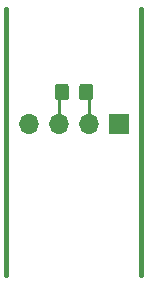
<source format=gtl>
%TF.GenerationSoftware,KiCad,Pcbnew,5.1.0*%
%TF.CreationDate,2019-04-08T01:09:32+02:00*%
%TF.ProjectId,Module_Sensor,4d6f6475-6c65-45f5-9365-6e736f722e6b,rev?*%
%TF.SameCoordinates,Original*%
%TF.FileFunction,Copper,L1,Top*%
%TF.FilePolarity,Positive*%
%FSLAX46Y46*%
G04 Gerber Fmt 4.6, Leading zero omitted, Abs format (unit mm)*
G04 Created by KiCad (PCBNEW 5.1.0) date 2019-04-08 01:09:32*
%MOMM*%
%LPD*%
G04 APERTURE LIST*
%ADD10C,0.100000*%
%ADD11C,1.150000*%
%ADD12O,1.700000X1.700000*%
%ADD13R,1.700000X1.700000*%
%ADD14C,0.250000*%
%ADD15C,0.254000*%
G04 APERTURE END LIST*
D10*
G36*
X133899005Y-139064704D02*
G01*
X133923273Y-139068304D01*
X133947072Y-139074265D01*
X133970171Y-139082530D01*
X133992350Y-139093020D01*
X134013393Y-139105632D01*
X134033099Y-139120247D01*
X134051277Y-139136723D01*
X134067753Y-139154901D01*
X134082368Y-139174607D01*
X134094980Y-139195650D01*
X134105470Y-139217829D01*
X134113735Y-139240928D01*
X134119696Y-139264727D01*
X134123296Y-139288995D01*
X134124500Y-139313499D01*
X134124500Y-140213501D01*
X134123296Y-140238005D01*
X134119696Y-140262273D01*
X134113735Y-140286072D01*
X134105470Y-140309171D01*
X134094980Y-140331350D01*
X134082368Y-140352393D01*
X134067753Y-140372099D01*
X134051277Y-140390277D01*
X134033099Y-140406753D01*
X134013393Y-140421368D01*
X133992350Y-140433980D01*
X133970171Y-140444470D01*
X133947072Y-140452735D01*
X133923273Y-140458696D01*
X133899005Y-140462296D01*
X133874501Y-140463500D01*
X133224499Y-140463500D01*
X133199995Y-140462296D01*
X133175727Y-140458696D01*
X133151928Y-140452735D01*
X133128829Y-140444470D01*
X133106650Y-140433980D01*
X133085607Y-140421368D01*
X133065901Y-140406753D01*
X133047723Y-140390277D01*
X133031247Y-140372099D01*
X133016632Y-140352393D01*
X133004020Y-140331350D01*
X132993530Y-140309171D01*
X132985265Y-140286072D01*
X132979304Y-140262273D01*
X132975704Y-140238005D01*
X132974500Y-140213501D01*
X132974500Y-139313499D01*
X132975704Y-139288995D01*
X132979304Y-139264727D01*
X132985265Y-139240928D01*
X132993530Y-139217829D01*
X133004020Y-139195650D01*
X133016632Y-139174607D01*
X133031247Y-139154901D01*
X133047723Y-139136723D01*
X133065901Y-139120247D01*
X133085607Y-139105632D01*
X133106650Y-139093020D01*
X133128829Y-139082530D01*
X133151928Y-139074265D01*
X133175727Y-139068304D01*
X133199995Y-139064704D01*
X133224499Y-139063500D01*
X133874501Y-139063500D01*
X133899005Y-139064704D01*
X133899005Y-139064704D01*
G37*
D11*
X133549500Y-139763500D03*
D10*
G36*
X131849005Y-139064704D02*
G01*
X131873273Y-139068304D01*
X131897072Y-139074265D01*
X131920171Y-139082530D01*
X131942350Y-139093020D01*
X131963393Y-139105632D01*
X131983099Y-139120247D01*
X132001277Y-139136723D01*
X132017753Y-139154901D01*
X132032368Y-139174607D01*
X132044980Y-139195650D01*
X132055470Y-139217829D01*
X132063735Y-139240928D01*
X132069696Y-139264727D01*
X132073296Y-139288995D01*
X132074500Y-139313499D01*
X132074500Y-140213501D01*
X132073296Y-140238005D01*
X132069696Y-140262273D01*
X132063735Y-140286072D01*
X132055470Y-140309171D01*
X132044980Y-140331350D01*
X132032368Y-140352393D01*
X132017753Y-140372099D01*
X132001277Y-140390277D01*
X131983099Y-140406753D01*
X131963393Y-140421368D01*
X131942350Y-140433980D01*
X131920171Y-140444470D01*
X131897072Y-140452735D01*
X131873273Y-140458696D01*
X131849005Y-140462296D01*
X131824501Y-140463500D01*
X131174499Y-140463500D01*
X131149995Y-140462296D01*
X131125727Y-140458696D01*
X131101928Y-140452735D01*
X131078829Y-140444470D01*
X131056650Y-140433980D01*
X131035607Y-140421368D01*
X131015901Y-140406753D01*
X130997723Y-140390277D01*
X130981247Y-140372099D01*
X130966632Y-140352393D01*
X130954020Y-140331350D01*
X130943530Y-140309171D01*
X130935265Y-140286072D01*
X130929304Y-140262273D01*
X130925704Y-140238005D01*
X130924500Y-140213501D01*
X130924500Y-139313499D01*
X130925704Y-139288995D01*
X130929304Y-139264727D01*
X130935265Y-139240928D01*
X130943530Y-139217829D01*
X130954020Y-139195650D01*
X130966632Y-139174607D01*
X130981247Y-139154901D01*
X130997723Y-139136723D01*
X131015901Y-139120247D01*
X131035607Y-139105632D01*
X131056650Y-139093020D01*
X131078829Y-139082530D01*
X131101928Y-139074265D01*
X131125727Y-139068304D01*
X131149995Y-139064704D01*
X131174499Y-139063500D01*
X131824501Y-139063500D01*
X131849005Y-139064704D01*
X131849005Y-139064704D01*
G37*
D11*
X131499500Y-139763500D03*
D12*
X128690000Y-142500000D03*
X131230000Y-142500000D03*
X133770000Y-142500000D03*
D13*
X136310000Y-142500000D03*
D14*
X133549500Y-139763500D02*
X133770000Y-139984000D01*
X133770000Y-139984000D02*
X133770000Y-142500000D01*
X131499500Y-139763500D02*
X131230000Y-140033000D01*
X131230000Y-140033000D02*
X131230000Y-142500000D01*
D15*
G36*
X126873000Y-153597993D02*
G01*
X126865000Y-153638212D01*
X126865000Y-153861788D01*
X126873000Y-153902007D01*
X126873000Y-155315000D01*
X126685000Y-155315000D01*
X126685000Y-132685000D01*
X126873000Y-132685000D01*
X126873000Y-153597993D01*
X126873000Y-153597993D01*
G37*
X126873000Y-153597993D02*
X126865000Y-153638212D01*
X126865000Y-153861788D01*
X126873000Y-153902007D01*
X126873000Y-155315000D01*
X126685000Y-155315000D01*
X126685000Y-132685000D01*
X126873000Y-132685000D01*
X126873000Y-153597993D01*
G36*
X138315000Y-155315000D02*
G01*
X138127000Y-155315000D01*
X138127000Y-153902007D01*
X138135000Y-153861788D01*
X138135000Y-153638212D01*
X138127000Y-153597993D01*
X138127000Y-132685000D01*
X138315001Y-132685000D01*
X138315000Y-155315000D01*
X138315000Y-155315000D01*
G37*
X138315000Y-155315000D02*
X138127000Y-155315000D01*
X138127000Y-153902007D01*
X138135000Y-153861788D01*
X138135000Y-153638212D01*
X138127000Y-153597993D01*
X138127000Y-132685000D01*
X138315001Y-132685000D01*
X138315000Y-155315000D01*
M02*

</source>
